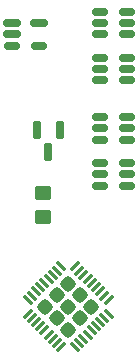
<source format=gbr>
%TF.GenerationSoftware,KiCad,Pcbnew,7.0.8*%
%TF.CreationDate,2024-04-19T17:39:31-04:00*%
%TF.ProjectId,rcl57_mcu,72636c35-375f-46d6-9375-2e6b69636164,rev?*%
%TF.SameCoordinates,Original*%
%TF.FileFunction,Paste,Top*%
%TF.FilePolarity,Positive*%
%FSLAX46Y46*%
G04 Gerber Fmt 4.6, Leading zero omitted, Abs format (unit mm)*
G04 Created by KiCad (PCBNEW 7.0.8) date 2024-04-19 17:39:31*
%MOMM*%
%LPD*%
G01*
G04 APERTURE LIST*
G04 Aperture macros list*
%AMRoundRect*
0 Rectangle with rounded corners*
0 $1 Rounding radius*
0 $2 $3 $4 $5 $6 $7 $8 $9 X,Y pos of 4 corners*
0 Add a 4 corners polygon primitive as box body*
4,1,4,$2,$3,$4,$5,$6,$7,$8,$9,$2,$3,0*
0 Add four circle primitives for the rounded corners*
1,1,$1+$1,$2,$3*
1,1,$1+$1,$4,$5*
1,1,$1+$1,$6,$7*
1,1,$1+$1,$8,$9*
0 Add four rect primitives between the rounded corners*
20,1,$1+$1,$2,$3,$4,$5,0*
20,1,$1+$1,$4,$5,$6,$7,0*
20,1,$1+$1,$6,$7,$8,$9,0*
20,1,$1+$1,$8,$9,$2,$3,0*%
G04 Aperture macros list end*
%ADD10RoundRect,0.250000X0.424264X0.000000X0.000000X0.424264X-0.424264X0.000000X0.000000X-0.424264X0*%
%ADD11RoundRect,0.062500X0.380070X-0.291682X-0.291682X0.380070X-0.380070X0.291682X0.291682X-0.380070X0*%
%ADD12RoundRect,0.062500X0.380070X0.291682X0.291682X0.380070X-0.380070X-0.291682X-0.291682X-0.380070X0*%
%ADD13RoundRect,0.150000X-0.512500X-0.150000X0.512500X-0.150000X0.512500X0.150000X-0.512500X0.150000X0*%
%ADD14RoundRect,0.250000X0.450000X-0.350000X0.450000X0.350000X-0.450000X0.350000X-0.450000X-0.350000X0*%
%ADD15RoundRect,0.150000X-0.150000X0.650000X-0.150000X-0.650000X0.150000X-0.650000X0.150000X0.650000X0*%
%ADD16RoundRect,0.150000X-0.600000X-0.150000X0.600000X-0.150000X0.600000X0.150000X-0.600000X0.150000X0*%
G04 APERTURE END LIST*
D10*
%TO.C,U1*%
X144859999Y-109247058D03*
X145828735Y-108278321D03*
X146797472Y-107309585D03*
X143891263Y-108278321D03*
X144859999Y-107309585D03*
X145828735Y-106340849D03*
X142922526Y-107309585D03*
X143891263Y-106340849D03*
X144859999Y-105372112D03*
D11*
X145452201Y-110730214D03*
X145805754Y-110376661D03*
X146159308Y-110023107D03*
X146512861Y-109669554D03*
X146866414Y-109316000D03*
X147219968Y-108962447D03*
X147573521Y-108608894D03*
X147927075Y-108255340D03*
X148280628Y-107901787D03*
D12*
X148280628Y-106717383D03*
X147927075Y-106363830D03*
X147573521Y-106010276D03*
X147219968Y-105656723D03*
X146866414Y-105303170D03*
X146512861Y-104949616D03*
X146159308Y-104596063D03*
X145805754Y-104242509D03*
X145452201Y-103888956D03*
D11*
X144267797Y-103888956D03*
X143914244Y-104242509D03*
X143560690Y-104596063D03*
X143207137Y-104949616D03*
X142853584Y-105303170D03*
X142500030Y-105656723D03*
X142146477Y-106010276D03*
X141792923Y-106363830D03*
X141439370Y-106717383D03*
D12*
X141439370Y-107901787D03*
X141792923Y-108255340D03*
X142146477Y-108608894D03*
X142500030Y-108962447D03*
X142853584Y-109316000D03*
X143207137Y-109669554D03*
X143560690Y-110023107D03*
X143914244Y-110376661D03*
X144267797Y-110730214D03*
%TD*%
D13*
%TO.C,Q2*%
X147562500Y-91250000D03*
X147562500Y-92200000D03*
X147562500Y-93150000D03*
X149837500Y-93150000D03*
X149837500Y-92200000D03*
X149837500Y-91250000D03*
%TD*%
%TO.C,Q4*%
X147562500Y-86250000D03*
X147562500Y-87200000D03*
X147562500Y-88150000D03*
X149837500Y-88150000D03*
X149837500Y-87200000D03*
X149837500Y-86250000D03*
%TD*%
D14*
%TO.C,R3*%
X142700000Y-99700000D03*
X142700000Y-97700000D03*
%TD*%
D13*
%TO.C,Q3*%
X147562500Y-95150000D03*
X147562500Y-96100000D03*
X147562500Y-97050000D03*
X149837500Y-97050000D03*
X149837500Y-96100000D03*
X149837500Y-95150000D03*
%TD*%
D15*
%TO.C,U4*%
X144150000Y-92362500D03*
X142250000Y-92362500D03*
X143200000Y-94237500D03*
%TD*%
D13*
%TO.C,Q1*%
X149837500Y-82350000D03*
X149837500Y-83300000D03*
X149837500Y-84250000D03*
X147562500Y-84250000D03*
X147562500Y-83300000D03*
X147562500Y-82350000D03*
%TD*%
D16*
%TO.C,U3*%
X140122500Y-83300000D03*
X140122500Y-84250000D03*
D13*
X140122500Y-85200000D03*
X142397500Y-85200000D03*
D16*
X142397500Y-83300000D03*
%TD*%
M02*

</source>
